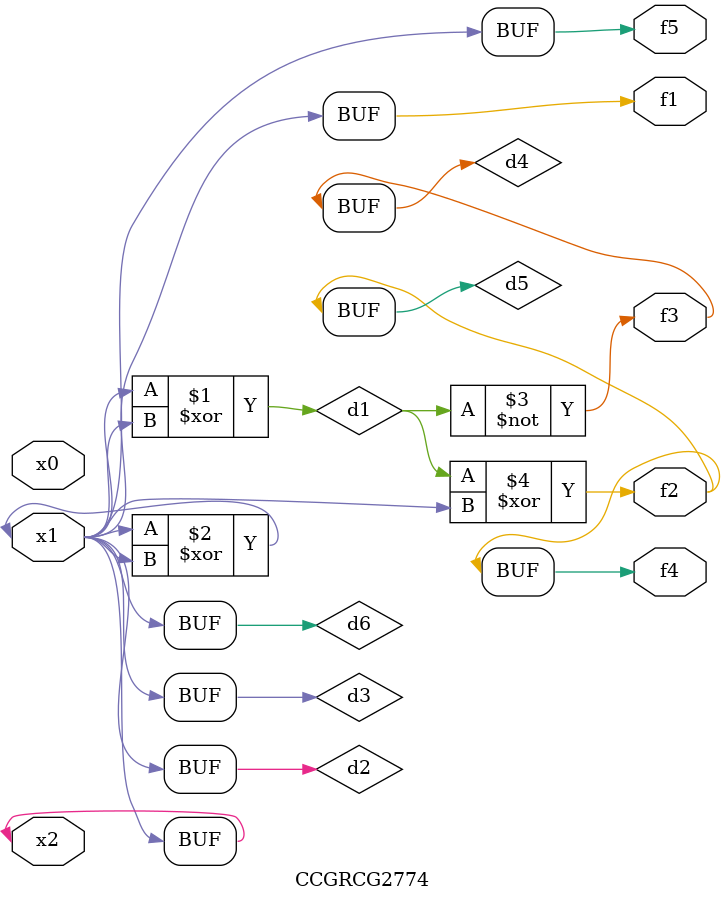
<source format=v>
module CCGRCG2774(
	input x0, x1, x2,
	output f1, f2, f3, f4, f5
);

	wire d1, d2, d3, d4, d5, d6;

	xor (d1, x1, x2);
	buf (d2, x1, x2);
	xor (d3, x1, x2);
	nor (d4, d1);
	xor (d5, d1, d2);
	buf (d6, d2, d3);
	assign f1 = d6;
	assign f2 = d5;
	assign f3 = d4;
	assign f4 = d5;
	assign f5 = d6;
endmodule

</source>
